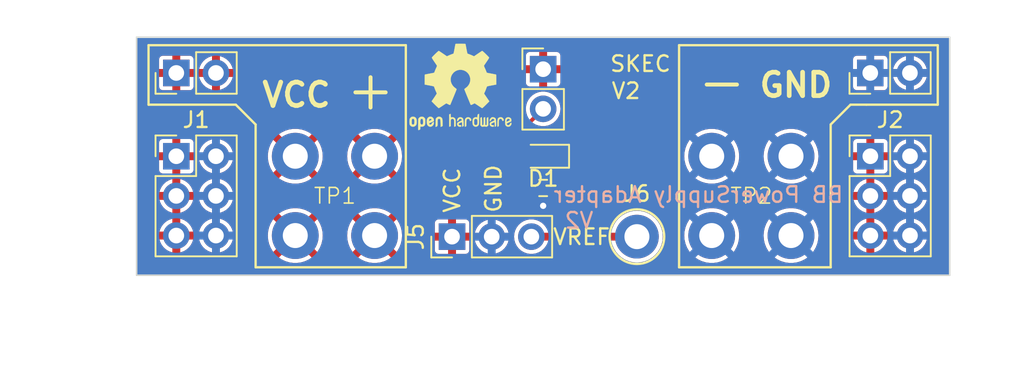
<source format=kicad_pcb>
(kicad_pcb (version 20221018) (generator pcbnew)
  (layers (0 "F.Cu" signal) (31 "B.Cu" signal) (34 "B.Paste" user) (35 "F.Paste" user) (36 "B.SilkS" user "B.Silkscreen") (37 "F.SilkS" user "F.Silkscreen") (38 "B.Mask" user) (39 "F.Mask" user) (44 "Edge.Cuts" user))
  (net 0 "")
  (net 1 "Net-(D1-K)")
  (net 2 "Net-(D1-A)")
  (net 3 "VBUS")
  (net 4 "GND")
  (net 5 "/VREF")
  (footprint "Breadboard Power Supply Adapter:CT3151SP" (layer "F.Cu") (at 58.42 50.8)
    (fp_text reference "TP1" (at 2.54 2.54 unlocked) (layer "F.SilkS") (effects (font (thickness 0.1))))
    (fp_text value "Banana Jack")
    (pad "1" thru_hole circle (at 0 0) (size 3 3) (drill 1.6) (layers "*.Cu" "*.Mask") (net 3 "VBUS"))
    (pad "1" thru_hole circle (at 0 5.08) (size 3 3) (drill 1.6) (layers "*.Cu" "*.Mask") (net 3 "VBUS"))
    (pad "1" thru_hole circle (at 5.08 0) (size 3 3) (drill 1.6) (layers "*.Cu" "*.Mask") (net 3 "VBUS"))
    (pad "1" thru_hole circle (at 5.08 5.08) (size 3 3) (drill 1.6) (layers "*.Cu" "*.Mask") (net 3 "VBUS"))
  )
  (footprint "Connector_PinHeader_2.54mm:PinHeader_1x02_P2.54mm_Vertical" (layer "F.Cu") (at 95.245 45.466 90)
    (fp_text reference "J4" hide)
    (fp_text value "Conn_01x02")
    (fp_line (start -1.33 -1.33) (end 0 -1.33) (stroke (width 0.12)) (layer "F.SilkS"))
    (fp_line (start -1.33 0) (end -1.33 -1.33) (stroke (width 0.12)) (layer "F.SilkS"))
    (fp_line (start -1.33 1.27) (end -1.33 3.87) (stroke (width 0.12)) (layer "F.SilkS"))
    (fp_line (start -1.33 1.27) (end 1.33 1.27) (stroke (width 0.12)) (layer "F.SilkS"))
    (fp_line (start -1.33 3.87) (end 1.33 3.87) (stroke (width 0.12)) (layer "F.SilkS"))
    (fp_line (start 1.33 1.27) (end 1.33 3.87) (stroke (width 0.12)) (layer "F.SilkS"))
    (pad "1" thru_hole rect (at 0 0 90) (size 1.7 1.7) (drill 1) (layers "*.Cu" "*.Mask") (net 4 "GND"))
    (pad "2" thru_hole oval (at 0 2.54 90) (size 1.7 1.7) (drill 1) (layers "*.Cu" "*.Mask") (net 4 "GND"))
  )
  (footprint "Resistor_SMD:R_0603_1608Metric_Pad0.98x0.95mm_HandSolder" (layer "F.Cu") (at 74.295 52.832 180)
    (fp_text reference "R1" hide)
    (fp_text value "1k")
    (fp_line (start -0.254724 -0.5225) (end 0.254724 -0.5225) (stroke (width 0.12)) (layer "F.SilkS"))
    (fp_line (start -0.254724 0.5225) (end 0.254724 0.5225) (stroke (width 0.12)) (layer "F.SilkS"))
    (pad "1" smd roundrect (at -0.9125 0 180) (size 0.975 0.95) (layers "F.Cu" "F.Paste" "F.Mask") (net 1 "Net-(D1-K)"))
    (pad "2" smd roundrect (at 0.9125 0 180) (size 0.975 0.95) (layers "F.Cu" "F.Paste" "F.Mask") (net 4 "GND"))
  )
  (footprint "Breadboard Power Supply Adapter:CT3151SP" (layer "F.Cu") (at 85.09 50.8)
    (fp_text reference "TP2" (at 2.54 2.54 unlocked) (layer "F.SilkS") (effects (font (thickness 0.1))))
    (fp_text value "Banana Jack")
    (pad "1" thru_hole circle (at 0 0) (size 3 3) (drill 1.6) (layers "*.Cu" "*.Mask") (net 4 "GND"))
    (pad "1" thru_hole circle (at 0 5.08) (size 3 3) (drill 1.6) (layers "*.Cu" "*.Mask") (net 4 "GND"))
    (pad "1" thru_hole circle (at 5.08 0) (size 3 3) (drill 1.6) (layers "*.Cu" "*.Mask") (net 4 "GND"))
    (pad "1" thru_hole circle (at 5.08 5.08) (size 3 3) (drill 1.6) (layers "*.Cu" "*.Mask") (net 4 "GND"))
  )
  (footprint "Connector_PinHeader_2.54mm:PinHeader_1x02_P2.54mm_Vertical" (layer "F.Cu") (at 50.8 45.466 90)
    (fp_text reference "J3" hide)
    (fp_text value "Conn_01x02")
    (fp_line (start -1.33 -1.33) (end 0 -1.33) (stroke (width 0.12)) (layer "F.SilkS"))
    (fp_line (start -1.33 0) (end -1.33 -1.33) (stroke (width 0.12)) (layer "F.SilkS"))
    (fp_line (start -1.33 1.27) (end -1.33 3.87) (stroke (width 0.12)) (layer "F.SilkS"))
    (fp_line (start -1.33 1.27) (end 1.33 1.27) (stroke (width 0.12)) (layer "F.SilkS"))
    (fp_line (start -1.33 3.87) (end 1.33 3.87) (stroke (width 0.12)) (layer "F.SilkS"))
    (fp_line (start 1.33 1.27) (end 1.33 3.87) (stroke (width 0.12)) (layer "F.SilkS"))
    (pad "1" thru_hole rect (at 0 0 90) (size 1.7 1.7) (drill 1) (layers "*.Cu" "*.Mask") (net 3 "VBUS"))
    (pad "2" thru_hole oval (at 0 2.54 90) (size 1.7 1.7) (drill 1) (layers "*.Cu" "*.Mask") (net 3 "VBUS"))
  )
  (footprint "LED_SMD:LED_0603_1608Metric_Pad1.05x0.95mm_HandSolder" (layer "F.Cu") (at 74.295 50.8 180)
    (fp_text reference "D1" (at 0 -1.43 180) (layer "F.SilkS"))
    (fp_text value "LED_Small")
    (fp_line (start -1.66 -0.735) (end -1.66 0.735) (stroke (width 0.12)) (layer "F.SilkS"))
    (fp_line (start -1.66 0.735) (end 0.8 0.735) (stroke (width 0.12)) (layer "F.SilkS"))
    (fp_line (start 0.8 -0.735) (end -1.66 -0.735) (stroke (width 0.12)) (layer "F.SilkS"))
    (pad "1" smd roundrect (at -0.875 0 180) (size 1.05 0.95) (layers "F.Cu" "F.Paste" "F.Mask") (net 1 "Net-(D1-K)"))
    (pad "2" smd roundrect (at 0.875 0 180) (size 1.05 0.95) (layers "F.Cu" "F.Paste" "F.Mask") (net 2 "Net-(D1-A)"))
  )
  (footprint "Symbol:OSHW-Logo2_7.3x6mm_SilkScreen" (layer "F.Cu") (at 69 46.355)
    (fp_text reference "REF**" hide)
    (fp_text value "OSHW-Logo2_7.3x6mm_SilkScreen" hide)
    (fp_poly (pts (xy 2.6526 1.958752) (xy 2.669948 1.966334) (xy 2.711356 1.999128) (xy 2.746765 2.046547) (xy 2.768664 2.097151) (xy 2.772229 2.122098) (xy 2.760279 2.156927) (xy 2.734067 2.175357) (xy 2.705964 2.186516) (xy 2.693095 2.188572) (xy 2.686829 2.173649) (xy 2.674456 2.141175) (xy 2.669028 2.126502) (xy 2.63859 2.075744) (xy 2.59452 2.050427) (xy 2.53801 2.051206) (xy 2.533825 2.052203) (xy 2.503655 2.066507) (xy 2.481476 2.094393) (xy 2.466327 2.139287) (xy 2.45725 2.204615) (xy 2.453286 2.293804) (xy 2.452914 2.341261) (xy 2.45273 2.416071) (xy 2.451522 2.467069) (xy 2.448309 2.499471) (xy 2.442109 2.518495) (xy 2.43194 2.529356) (xy 2.416819 2.537272) (xy 2.415946 2.53767) (xy 2.386828 2.549981) (xy 2.372403 2.554514) (xy 2.370186 2.540809) (xy 2.368289 2.502925) (xy 2.366847 2.445715) (xy 2.365998 2.374027) (xy 2.365829 2.321565) (xy 2.366692 2.220047) (xy 2.37007 2.143032) (xy 2.377142 2.086023) (xy 2.389088 2.044526) (xy 2.40709 2.014043) (xy 2.432327 1.99008) (xy 2.457247 1.973355) (xy 2.517171 1.951097) (xy 2.586911 1.946076) (xy 2.6526 1.958752)) (stroke (width 0.01)) (fill solid) (layer "F.SilkS"))
    (fp_poly (pts (xy -1.283907 1.92778) (xy -1.237328 1.954723) (xy -1.204943 1.981466) (xy -1.181258 2.009484) (xy -1.164941 2.043748) (xy -1.154661 2.089227) (xy -1.149086 2.150892) (xy -1.146884 2.233711) (xy -1.146629 2.293246) (xy -1.146629 2.512391) (xy -1.208314 2.540044) (xy -1.27 2.567697) (xy -1.277257 2.32767) (xy -1.280256 2.238028) (xy -1.283402 2.172962) (xy -1.287299 2.128026) (xy -1.292553 2.09877) (xy -1.299769 2.080748) (xy -1.30955 2.069511) (xy -1.312688 2.067079) (xy -1.360239 2.048083) (xy -1.408303 2.0556) (xy -1.436914 2.075543) (xy -1.448553 2.089675) (xy -1.456609 2.10822) (xy -1.461729 2.136334) (xy -1.464559 2.179173) (xy -1.465744 2.241895) (xy -1.465943 2.307261) (xy -1.465982 2.389268) (xy -1.467386 2.447316) (xy -1.472086 2.486465) (xy -1.482013 2.51178) (xy -1.499097 2.528323) (xy -1.525268 2.541156) (xy -1.560225 2.554491) (xy -1.598404 2.569007) (xy -1.593859 2.311389) (xy -1.592029 2.218519) (xy -1.589888 2.149889) (xy -1.586819 2.100711) (xy -1.582206 2.066198) (xy -1.575432 2.041562) (xy -1.565881 2.022016) (xy -1.554366 2.00477) (xy -1.49881 1.94968) (xy -1.43102 1.917822) (xy -1.357287 1.910191) (xy -1.283907 1.92778)) (stroke (width 0.01)) (fill solid) (layer "F.SilkS"))
    (fp_poly (pts (xy 0.529926 1.949755) (xy 0.595858 1.974084) (xy 0.649273 2.017117) (xy 0.670164 2.047409) (xy 0.692939 2.102994) (xy 0.692466 2.143186) (xy 0.668562 2.170217) (xy 0.659717 2.174813) (xy 0.62153 2.189144) (xy 0.602028 2.185472) (xy 0.595422 2.161407) (xy 0.595086 2.148114) (xy 0.582992 2.09921) (xy 0.551471 2.064999) (xy 0.507659 2.048476) (xy 0.458695 2.052634) (xy 0.418894 2.074227) (xy 0.40545 2.086544) (xy 0.395921 2.101487) (xy 0.389485 2.124075) (xy 0.385317 2.159328) (xy 0.382597 2.212266) (xy 0.380502 2.287907) (xy 0.37996 2.311857) (xy 0.377981 2.39379) (xy 0.375731 2.451455) (xy 0.372357 2.489608) (xy 0.367006 2.513004) (xy 0.358824 2.526398) (xy 0.346959 2.534545) (xy 0.339362 2.538144) (xy 0.307102 2.550452) (xy 0.288111 2.554514) (xy 0.281836 2.540948) (xy 0.278006 2.499934) (xy 0.2766 2.430999) (xy 0.277598 2.333669) (xy 0.277908 2.318657) (xy 0.280101 2.229859) (xy 0.282693 2.165019) (xy 0.286382 2.119067) (xy 0.291864 2.086935) (xy 0.299835 2.063553) (xy 0.310993 2.043852) (xy 0.31683 2.03541) (xy 0.350296 1.998057) (xy 0.387727 1.969003) (xy 0.392309 1.966467) (xy 0.459426 1.946443) (xy 0.529926 1.949755)) (stroke (width 0.01)) (fill solid) (layer "F.SilkS"))
    (fp_poly (pts (xy -0.624114 1.851289) (xy -0.619861 1.910613) (xy -0.614975 1.945572) (xy -0.608205 1.96082) (xy -0.598298 1.961015) (xy -0.595086 1.959195) (xy -0.552356 1.946015) (xy -0.496773 1.946785) (xy -0.440263 1.960333) (xy -0.404918 1.977861) (xy -0.368679 2.005861) (xy -0.342187 2.037549) (xy -0.324001 2.077813) (xy -0.312678 2.131543) (xy -0.306778 2.203626) (xy -0.304857 2.298951) (xy -0.304823 2.317237) (xy -0.3048 2.522646) (xy -0.350509 2.53858) (xy -0.382973 2.54942) (xy -0.400785 2.554468) (xy -0.401309 2.554514) (xy -0.403063 2.540828) (xy -0.404556 2.503076) (xy -0.405674 2.446224) (xy -0.406303 2.375234) (xy -0.4064 2.332073) (xy -0.406602 2.246973) (xy -0.407642 2.185981) (xy -0.410169 2.144177) (xy -0.414836 2.116642) (xy -0.422293 2.098456) (xy -0.433189 2.084698) (xy -0.439993 2.078073) (xy -0.486728 2.051375) (xy -0.537728 2.049375) (xy -0.583999 2.071955) (xy -0.592556 2.080107) (xy -0.605107 2.095436) (xy -0.613812 2.113618) (xy -0.619369 2.139909) (xy -0.622474 2.179562) (xy -0.623824 2.237832) (xy -0.624114 2.318173) (xy -0.624114 2.522646) (xy -0.669823 2.53858) (xy -0.702287 2.54942) (xy -0.720099 2.554468) (xy -0.720623 2.554514) (xy -0.721963 2.540623) (xy -0.723172 2.501439) (xy -0.724199 2.4407) (xy -0.724998 2.362141) (xy -0.725519 2.269498) (xy -0.725714 2.166509) (xy -0.725714 1.769342) (xy -0.678543 1.749444) (xy -0.631371 1.729547) (xy -0.624114 1.851289)) (stroke (width 0.01)) (fill solid) (layer "F.SilkS"))
    (fp_poly (pts (xy 1.779833 1.958663) (xy 1.782048 1.99685) (xy 1.783784 2.054886) (xy 1.784899 2.12818) (xy 1.785257 2.205055) (xy 1.785257 2.465196) (xy 1.739326 2.511127) (xy 1.707675 2.539429) (xy 1.67989 2.550893) (xy 1.641915 2.550168) (xy 1.62684 2.548321) (xy 1.579726 2.542948) (xy 1.540756 2.539869) (xy 1.531257 2.539585) (xy 1.499233 2.541445) (xy 1.453432 2.546114) (xy 1.435674 2.548321) (xy 1.392057 2.551735) (xy 1.362745 2.54432) (xy 1.33368 2.521427) (xy 1.323188 2.511127) (xy 1.277257 2.465196) (xy 1.277257 1.978602) (xy 1.314226 1.961758) (xy 1.346059 1.949282) (xy 1.364683 1.944914) (xy 1.369458 1.958718) (xy 1.373921 1.997286) (xy 1.377775 2.056356) (xy 1.380722 2.131663) (xy 1.382143 2.195286) (xy 1.386114 2.445657) (xy 1.420759 2.450556) (xy 1.452268 2.447131) (xy 1.467708 2.436041) (xy 1.472023 2.415308) (xy 1.475708 2.371145) (xy 1.478469 2.309146) (xy 1.480012 2.234909) (xy 1.480235 2.196706) (xy 1.480457 1.976783) (xy 1.526166 1.960849) (xy 1.558518 1.950015) (xy 1.576115 1.944962) (xy 1.576623 1.944914) (xy 1.578388 1.958648) (xy 1.580329 1.99673) (xy 1.582282 2.054482) (xy 1.584084 2.127227) (xy 1.585343 2.195286) (xy 1.589314 2.445657) (xy 1.6764 2.445657) (xy 1.680396 2.21724) (xy 1.684392 1.988822) (xy 1.726847 1.966868) (xy 1.758192 1.951793) (xy 1.776744 1.944951) (xy 1.777279 1.944914) (xy 1.779833 1.958663)) (stroke (width 0.01)) (fill solid) (layer "F.SilkS"))
    (fp_poly (pts (xy -2.958885 1.921962) (xy -2.890855 1.957733) (xy -2.840649 2.015301) (xy -2.822815 2.052312) (xy -2.808937 2.107882) (xy -2.801833 2.178096) (xy -2.80116 2.254727) (xy -2.806573 2.329552) (xy -2.81773 2.394342) (xy -2.834286 2.440873) (xy -2.839374 2.448887) (xy -2.899645 2.508707) (xy -2.971231 2.544535) (xy -3.048908 2.55502) (xy -3.127452 2.53881) (xy -3.149311 2.529092) (xy -3.191878 2.499143) (xy -3.229237 2.459433) (xy -3.232768 2.454397) (xy -3.247119 2.430124) (xy -3.256606 2.404178) (xy -3.26221 2.370022) (xy -3.264914 2.321119) (xy -3.265701 2.250935) (xy -3.265714 2.2352) (xy -3.265678 2.230192) (xy -3.120571 2.230192) (xy -3.119727 2.29643) (xy -3.116404 2.340386) (xy -3.109417 2.368779) (xy -3.097584 2.388325) (xy -3.091543 2.394857) (xy -3.056814 2.41968) (xy -3.023097 2.418548) (xy -2.989005 2.397016) (xy -2.968671 2.374029) (xy -2.956629 2.340478) (xy -2.949866 2.287569) (xy -2.949402 2.281399) (xy -2.948248 2.185513) (xy -2.960312 2.114299) (xy -2.98543 2.068194) (xy -3.02344 2.047635) (xy -3.037008 2.046514) (xy -3.072636 2.052152) (xy -3.097006 2.071686) (xy -3.111907 2.109042) (xy -3.119125 2.16815) (xy -3.120571 2.230192) (xy -3.265678 2.230192) (xy -3.265174 2.160413) (xy -3.262904 2.108159) (xy -3.257932 2.071949) (xy -3.249287 2.045299) (xy -3.235995 2.021722) (xy -3.233057 2.017338) (xy -3.183687 1.958249) (xy -3.129891 1.923947) (xy -3.064398 1.910331) (xy -3.042158 1.909665) (xy -2.958885 1.921962)) (stroke (width 0.01)) (fill solid) (layer "F.SilkS"))
    (fp_poly (pts (xy 3.153595 1.966966) (xy 3.211021 2.004497) (xy 3.238719 2.038096) (xy 3.260662 2.099064) (xy 3.262405 2.147308) (xy 3.258457 2.211816) (xy 3.109686 2.276934) (xy 3.037349 2.310202) (xy 2.990084 2.336964) (xy 2.965507 2.360144) (xy 2.961237 2.382667) (xy 2.974889 2.407455) (xy 2.989943 2.423886) (xy 3.033746 2.450235) (xy 3.081389 2.452081) (xy 3.125145 2.431546) (xy 3.157289 2.390752) (xy 3.163038 2.376347) (xy 3.190576 2.331356) (xy 3.222258 2.312182) (xy 3.265714 2.295779) (xy 3.265714 2.357966) (xy 3.261872 2.400283) (xy 3.246823 2.435969) (xy 3.21528 2.476943) (xy 3.210592 2.482267) (xy 3.175506 2.51872) (xy 3.145347 2.538283) (xy 3.107615 2.547283) (xy 3.076335 2.55023) (xy 3.020385 2.550965) (xy 2.980555 2.54166) (xy 2.955708 2.527846) (xy 2.916656 2.497467) (xy 2.889625 2.464613) (xy 2.872517 2.423294) (xy 2.863238 2.367521) (xy 2.859693 2.291305) (xy 2.85941 2.252622) (xy 2.860372 2.206247) (xy 2.948007 2.206247) (xy 2.949023 2.231126) (xy 2.951556 2.2352) (xy 2.968274 2.229665) (xy 3.004249 2.215017) (xy 3.052331 2.19419) (xy 3.062386 2.189714) (xy 3.123152 2.158814) (xy 3.156632 2.131657) (xy 3.16399 2.10622) (xy 3.146391 2.080481) (xy 3.131856 2.069109) (xy 3.07941 2.046364) (xy 3.030322 2.050122) (xy 2.989227 2.077884) (xy 2.960758 2.127152) (xy 2.951631 2.166257) (xy 2.948007 2.206247) (xy 2.860372 2.206247) (xy 2.861285 2.162249) (xy 2.868196 2.095384) (xy 2.881884 2.046695) (xy 2.904096 2.010849) (xy 2.936574 1.982513) (xy 2.950733 1.973355) (xy 3.015053 1.949507) (xy 3.085473 1.948006) (xy 3.153595 1.966966)) (stroke (width 0.01)) (fill solid) (layer "F.SilkS"))
    (fp_poly (pts (xy 1.190117 2.065358) (xy 1.189933 2.173837) (xy 1.189219 2.257287) (xy 1.187675 2.319704) (xy 1.185001 2.365085) (xy 1.180894 2.397429) (xy 1.175055 2.420733) (xy 1.167182 2.438995) (xy 1.161221 2.449418) (xy 1.111855 2.505945) (xy 1.049264 2.541377) (xy 0.980013 2.55409) (xy 0.910668 2.542463) (xy 0.869375 2.521568) (xy 0.826025 2.485422) (xy 0.796481 2.441276) (xy 0.778655 2.383462) (xy 0.770463 2.306313) (xy 0.769302 2.249714) (xy 0.769458 2.245647) (xy 0.870857 2.245647) (xy 0.871476 2.31055) (xy 0.874314 2.353514) (xy 0.88084 2.381622) (xy 0.892523 2.401953) (xy 0.906483 2.417288) (xy 0.953365 2.44689) (xy 1.003701 2.449419) (xy 1.051276 2.424705) (xy 1.054979 2.421356) (xy 1.070783 2.403935) (xy 1.080693 2.383209) (xy 1.086058 2.352362) (xy 1.088228 2.304577) (xy 1.088571 2.251748) (xy 1.087827 2.185381) (xy 1.084748 2.141106) (xy 1.078061 2.112009) (xy 1.066496 2.091173) (xy 1.057013 2.080107) (xy 1.01296 2.052198) (xy 0.962224 2.048843) (xy 0.913796 2.070159) (xy 0.90445 2.078073) (xy 0.88854 2.095647) (xy 0.87861 2.116587) (xy 0.873278 2.147782) (xy 0.871163 2.196122) (xy 0.870857 2.245647) (xy 0.769458 2.245647) (xy 0.77281 2.158568) (xy 0.784726 2.090086) (xy 0.807135 2.0386) (xy 0.842124 1.998443) (xy 0.869375 1.977861) (xy 0.918907 1.955625) (xy 0.976316 1.945304) (xy 1.029682 1.948067) (xy 1.059543 1.959212) (xy 1.071261 1.962383) (xy 1.079037 1.950557) (xy 1.084465 1.918866) (xy 1.088571 1.870593) (xy 1.093067 1.816829) (xy 1.099313 1.784482) (xy 1.110676 1.765985) (xy 1.130528 1.75377) (xy 1.143 1.748362) (xy 1.190171 1.728601) (xy 1.190117 2.065358)) (stroke (width 0.01)) (fill solid) (layer "F.SilkS"))
    (fp_poly (pts (xy -1.831697 1.931239) (xy -1.774473 1.969735) (xy -1.730251 2.025335) (xy -1.703833 2.096086) (xy -1.69849 2.148162) (xy -1.699097 2.169893) (xy -1.704178 2.186531) (xy -1.718145 2.201437) (xy -1.745411 2.217973) (xy -1.790388 2.239498) (xy -1.857489 2.269374) (xy -1.857829 2.269524) (xy -1.919593 2.297813) (xy -1.970241 2.322933) (xy -2.004596 2.342179) (xy -2.017482 2.352848) (xy -2.017486 2.352934) (xy -2.006128 2.376166) (xy -1.979569 2.401774) (xy -1.949077 2.420221) (xy -1.93363 2.423886) (xy -1.891485 2.411212) (xy -1.855192 2.379471) (xy -1.837483 2.344572) (xy -1.820448 2.318845) (xy -1.787078 2.289546) (xy -1.747851 2.264235) (xy -1.713244 2.250471) (xy -1.706007 2.249714) (xy -1.697861 2.26216) (xy -1.69737 2.293972) (xy -1.703357 2.336866) (xy -1.714643 2.382558) (xy -1.73005 2.422761) (xy -1.730829 2.424322) (xy -1.777196 2.489062) (xy -1.837289 2.533097) (xy -1.905535 2.554711) (xy -1.976362 2.552185) (xy -2.044196 2.523804) (xy -2.047212 2.521808) (xy -2.100573 2.473448) (xy -2.13566 2.410352) (xy -2.155078 2.327387) (xy -2.157684 2.304078) (xy -2.162299 2.194055) (xy -2.156767 2.142748) (xy -2.017486 2.142748) (xy -2.015676 2.174753) (xy -2.005778 2.184093) (xy -1.981102 2.177105) (xy -1.942205 2.160587) (xy -1.898725 2.139881) (xy -1.897644 2.139333) (xy -1.860791 2.119949) (xy -1.846 2.107013) (xy -1.849647 2.093451) (xy -1.865005 2.075632) (xy -1.904077 2.049845) (xy -1.946154 2.04795) (xy -1.983897 2.066717) (xy -2.009966 2.102915) (xy -2.017486 2.142748) (xy -2.156767 2.142748) (xy -2.152806 2.106027) (xy -2.12845 2.036212) (xy -2.094544 1.987302) (xy -2.033347 1.937878) (xy -1.965937 1.913359) (xy -1.89712 1.911797) (xy -1.831697 1.931239)) (stroke (width 0.01)) (fill solid) (layer "F.SilkS"))
    (fp_poly (pts (xy 0.039744 1.950968) (xy 0.096616 1.972087) (xy 0.097267 1.972493) (xy 0.13244 1.99838) (xy 0.158407 2.028633) (xy 0.17667 2.068058) (xy 0.188732 2.121462) (xy 0.196096 2.193651) (xy 0.200264 2.289432) (xy 0.200629 2.303078) (xy 0.205876 2.508842) (xy 0.161716 2.531678) (xy 0.129763 2.54711) (xy 0.11047 2.554423) (xy 0.109578 2.554514) (xy 0.106239 2.541022) (xy 0.103587 2.504626) (xy 0.101956 2.451452) (xy 0.1016 2.408393) (xy 0.101592 2.338641) (xy 0.098403 2.294837) (xy 0.087288 2.273944) (xy 0.063501 2.272925) (xy 0.022296 2.288741) (xy -0.039914 2.317815) (xy -0.085659 2.341963) (xy -0.109187 2.362913) (xy -0.116104 2.385747) (xy -0.116114 2.386877) (xy -0.104701 2.426212) (xy -0.070908 2.447462) (xy -0.019191 2.450539) (xy 0.018061 2.450006) (xy 0.037703 2.460735) (xy 0.049952 2.486505) (xy 0.057002 2.519337) (xy 0.046842 2.537966) (xy 0.043017 2.540632) (xy 0.007001 2.55134) (xy -0.043434 2.552856) (xy -0.095374 2.545759) (xy -0.132178 2.532788) (xy -0.183062 2.489585) (xy -0.211986 2.429446) (xy -0.217714 2.382462) (xy -0.213343 2.340082) (xy -0.197525 2.305488) (xy -0.166203 2.274763) (xy -0.115322 2.24399) (xy -0.040824 2.209252) (xy -0.036286 2.207288) (xy 0.030821 2.176287) (xy 0.072232 2.150862) (xy 0.089981 2.128014) (xy 0.086107 2.104745) (xy 0.062643 2.078056) (xy 0.055627 2.071914) (xy 0.00863 2.0481) (xy -0.040067 2.049103) (xy -0.082478 2.072451) (xy -0.110616 2.115675) (xy -0.113231 2.12416) (xy -0.138692 2.165308) (xy -0.170999 2.185128) (xy -0.217714 2.20477) (xy -0.217714 2.15395) (xy -0.203504 2.080082) (xy -0.161325 2.012327) (xy -0.139376 1.989661) (xy -0.089483 1.960569) (xy -0.026033 1.9474) (xy 0.039744 1.950968)) (stroke (width 0.01)) (fill solid) (layer "F.SilkS"))
    (fp_poly (pts (xy -2.400256 1.919918) (xy -2.344799 1.947568) (xy -2.295852 1.99848) (xy -2.282371 2.017338) (xy -2.267686 2.042015) (xy -2.258158 2.068816) (xy -2.252707 2.104587) (xy -2.250253 2.156169) (xy -2.249714 2.224267) (xy -2.252148 2.317588) (xy -2.260606 2.387657) (xy -2.276826 2.439931) (xy -2.302546 2.479869) (xy -2.339503 2.512929) (xy -2.342218 2.514886) (xy -2.37864 2.534908) (xy -2.422498 2.544815) (xy -2.478276 2.547257) (xy -2.568952 2.547257) (xy -2.56899 2.635283) (xy -2.569834 2.684308) (xy -2.574976 2.713065) (xy -2.588413 2.730311) (xy -2.614142 2.744808) (xy -2.620321 2.747769) (xy -2.649236 2.761648) (xy -2.671624 2.770414) (xy -2.688271 2.771171) (xy -2.699964 2.761023) (xy -2.70749 2.737073) (xy -2.711634 2.696426) (xy -2.713185 2.636186) (xy -2.712929 2.553455) (xy -2.711651 2.445339) (xy -2.711252 2.413) (xy -2.709815 2.301524) (xy -2.708528 2.228603) (xy -2.569029 2.228603) (xy -2.568245 2.290499) (xy -2.56476 2.330997) (xy -2.556876 2.357708) (xy -2.542895 2.378244) (xy -2.533403 2.38826) (xy -2.494596 2.417567) (xy -2.460237 2.419952) (xy -2.424784 2.39575) (xy -2.423886 2.394857) (xy -2.409461 2.376153) (xy -2.400687 2.350732) (xy -2.396261 2.311584) (xy -2.394882 2.251697) (xy -2.394857 2.23843) (xy -2.398188 2.155901) (xy -2.409031 2.098691) (xy -2.42866 2.063766) (xy -2.45835 2.048094) (xy -2.475509 2.046514) (xy -2.516234 2.053926) (xy -2.544168 2.07833) (xy -2.560983 2.12298) (xy -2.56835 2.19113) (xy -2.569029 2.228603) (xy -2.708528 2.228603) (xy -2.708292 2.215245) (xy -2.706323 2.150333) (xy -2.70355 2.102958) (xy -2.699612 2.06929) (xy -2.694151 2.045498) (xy -2.686808 2.027753) (xy -2.677223 2.012224) (xy -2.673113 2.006381) (xy -2.618595 1.951185) (xy -2.549664 1.91989) (xy -2.469928 1.911165) (xy -2.400256 1.919918)) (stroke (width 0.01)) (fill solid) (layer "F.SilkS"))
    (fp_poly (pts (xy 2.144876 1.956335) (xy 2.186667 1.975344) (xy 2.219469 1.998378) (xy 2.243503 2.024133) (xy 2.260097 2.057358) (xy 2.270577 2.1028) (xy 2.276271 2.165207) (xy 2.278507 2.249327) (xy 2.278743 2.304721) (xy 2.278743 2.520826) (xy 2.241774 2.53767) (xy 2.212656 2.549981) (xy 2.198231 2.554514) (xy 2.195472 2.541025) (xy 2.193282 2.504653) (xy 2.191942 2.451542) (xy 2.191657 2.409372) (xy 2.190434 2.348447) (xy 2.187136 2.300115) (xy 2.182321 2.270518) (xy 2.178496 2.264229) (xy 2.152783 2.270652) (xy 2.112418 2.287125) (xy 2.065679 2.309458) (xy 2.020845 2.333457) (xy 1.986193 2.35493) (xy 1.970002 2.369685) (xy 1.969938 2.369845) (xy 1.97133 2.397152) (xy 1.983818 2.423219) (xy 2.005743 2.444392) (xy 2.037743 2.451474) (xy 2.065092 2.450649) (xy 2.103826 2.450042) (xy 2.124158 2.459116) (xy 2.136369 2.483092) (xy 2.137909 2.487613) (xy 2.143203 2.521806) (xy 2.129047 2.542568) (xy 2.092148 2.552462) (xy 2.052289 2.554292) (xy 1.980562 2.540727) (xy 1.943432 2.521355) (xy 1.897576 2.475845) (xy 1.873256 2.419983) (xy 1.871073 2.360957) (xy 1.891629 2.305953) (xy 1.922549 2.271486) (xy 1.95342 2.252189) (xy 2.001942 2.227759) (xy 2.058485 2.202985) (xy 2.06791 2.199199) (xy 2.130019 2.171791) (xy 2.165822 2.147634) (xy 2.177337 2.123619) (xy 2.16658 2.096635) (xy 2.148114 2.075543) (xy 2.104469 2.049572) (xy 2.056446 2.047624) (xy 2.012406 2.067637) (xy 1.980709 2.107551) (xy 1.976549 2.117848) (xy 1.952327 2.155724) (xy 1.916965 2.183842) (xy 1.872343 2.206917) (xy 1.872343 2.141485) (xy 1.874969 2.101506) (xy 1.88623 2.069997) (xy 1.911199 2.036378) (xy 1.935169 2.010484) (xy 1.972441 1.973817) (xy 2.001401 1.954121) (xy 2.032505 1.94622) (xy 2.067713 1.944914) (xy 2.144876 1.956335)) (stroke (width 0.01)) (fill solid) (layer "F.SilkS"))
    (fp_poly (pts (xy 0.10391 -2.757652) (xy 0.182454 -2.757222) (xy 0.239298 -2.756058) (xy 0.278105 -2.753793) (xy 0.302538 -2.75006) (xy 0.316262 -2.744494) (xy 0.32294 -2.736727) (xy 0.326236 -2.726395) (xy 0.326556 -2.725057) (xy 0.331562 -2.700921) (xy 0.340829 -2.653299) (xy 0.353392 -2.587259) (xy 0.368287 -2.507872) (xy 0.384551 -2.420204) (xy 0.385119 -2.417125) (xy 0.40141 -2.331211) (xy 0.416652 -2.255304) (xy 0.429861 -2.193955) (xy 0.440054 -2.151718) (xy 0.446248 -2.133145) (xy 0.446543 -2.132816) (xy 0.464788 -2.123747) (xy 0.502405 -2.108633) (xy 0.551271 -2.090738) (xy 0.551543 -2.090642) (xy 0.613093 -2.067507) (xy 0.685657 -2.038035) (xy 0.754057 -2.008403) (xy 0.757294 -2.006938) (xy 0.868702 -1.956374) (xy 1.115399 -2.12484) (xy 1.191077 -2.176197) (xy 1.259631 -2.222111) (xy 1.317088 -2.25997) (xy 1.359476 -2.287163) (xy 1.382825 -2.301079) (xy 1.385042 -2.302111) (xy 1.40201 -2.297516) (xy 1.433701 -2.275345) (xy 1.481352 -2.234553) (xy 1.546198 -2.174095) (xy 1.612397 -2.109773) (xy 1.676214 -2.046388) (xy 1.733329 -1.988549) (xy 1.780305 -1.939825) (xy 1.813703 -1.90379) (xy 1.830085 -1.884016) (xy 1.830694 -1.882998) (xy 1.832505 -1.869428) (xy 1.825683 -1.847267) (xy 1.80854 -1.813522) (xy 1.779393 -1.7652) (xy 1.736555 -1.699308) (xy 1.679448 -1.614483) (xy 1.628766 -1.539823) (xy 1.583461 -1.47286) (xy 1.54615 -1.417484) (xy 1.519452 -1.37758) (xy 1.505985 -1.357038) (xy 1.505137 -1.355644) (xy 1.506781 -1.335962) (xy 1.519245 -1.297707) (xy 1.540048 -1.248111) (xy 1.547462 -1.232272) (xy 1.579814 -1.16171) (xy 1.614328 -1.081647) (xy 1.642365 -1.012371) (xy 1.662568 -0.960955) (xy 1.678615 -0.921881) (xy 1.687888 -0.901459) (xy 1.689041 -0.899886) (xy 1.706096 -0.897279) (xy 1.746298 -0.890137) (xy 1.804302 -0.879477) (xy 1.874763 -0.866315) (xy 1.952335 -0.851667) (xy 2.031672 -0.836551) (xy 2.107431 -0.821982) (xy 2.174264 -0.808978) (xy 2.226828 -0.798555) (xy 2.259776 -0.79173) (xy 2.267857 -0.789801) (xy 2.276205 -0.785038) (xy 2.282506 -0.774282) (xy 2.287045 -0.753902) (xy 2.290104 -0.720266) (xy 2.291967 -0.669745) (xy 2.292918 -0.598708) (xy 2.29324 -0.503524) (xy 2.293257 -0.464508) (xy 2.293257 -0.147201) (xy 2.217057 -0.132161) (xy 2.174663 -0.124005) (xy 2.1114 -0.112101) (xy 2.034962 -0.097884) (xy 1.953043 -0.08279) (xy 1.9304 -0.078645) (xy 1.854806 -0.063947) (xy 1.788953 -0.049495) (xy 1.738366 -0.036625) (xy 1.708574 -0.026678) (xy 1.703612 -0.023713) (xy 1.691426 -0.002717) (xy 1.673953 0.037967) (xy 1.654577 0.090322) (xy 1.650734 0.1016) (xy 1.625339 0.171523) (xy 1.593817 0.250418) (xy 1.562969 0.321266) (xy 1.562817 0.321595) (xy 1.511447 0.432733) (xy 1.680399 0.681253) (xy 1.849352 0.929772) (xy 1.632429 1.147058) (xy 1.566819 1.211726) (xy 1.506979 1.268733) (xy 1.456267 1.315033) (xy 1.418046 1.347584) (xy 1.395675 1.363343) (xy 1.392466 1.364343) (xy 1.373626 1.356469) (xy 1.33518 1.334578) (xy 1.28133 1.301267) (xy 1.216276 1.259131) (xy 1.14594 1.211943) (xy 1.074555 1.16381) (xy 1.010908 1.121928) (xy 0.959041 1.088871) (xy 0.922995 1.067218) (xy 0.906867 1.059543) (xy 0.887189 1.066037) (xy 0.849875 1.08315) (xy 0.802621 1.107326) (xy 0.797612 1.110013) (xy 0.733977 1.141927) (xy 0.690341 1.157579) (xy 0.663202 1.157745) (xy 0.649057 1.143204) (xy 0.648975 1.143) (xy 0.641905 1.125779) (xy 0.625042 1.084899) (xy 0.599695 1.023525) (xy 0.567171 0.944819) (xy 0.528778 0.851947) (xy 0.485822 0.748072) (xy 0.444222 0.647502) (xy 0.398504 0.536516) (xy 0.356526 0.433703) (xy 0.319548 0.342215) (xy 0.288827 0.265201) (xy 0.265622 0.205815) (xy 0.25119 0.167209) (xy 0.246743 0.1528) (xy 0.257896 0.136272) (xy 0.287069 0.10993) (xy 0.325971 0.080887) (xy 0.436757 -0.010961) (xy 0.523351 -0.116241) (xy 0.584716 -0.232734) (xy 0.619815 -0.358224) (xy 0.627608 -0.490493) (xy 0.621943 -0.551543) (xy 0.591078 -0.678205) (xy 0.53792 -0.790059) (xy 0.465767 -0.885999) (xy 0.377917 -0.964924) (xy 0.277665 -1.02573) (xy 0.16831 -1.067313) (xy 0.053147 -1.088572) (xy -0.064525 -1.088401) (xy -0.18141 -1.065699) (xy -0.294211 -1.019362) (xy -0.399631 -0.948287) (xy -0.443632 -0.908089) (xy -0.528021 -0.804871) (xy -0.586778 -0.692075) (xy -0.620296 -0.57299) (xy -0.628965 -0.450905) (xy -0.613177 -0.329107) (xy -0.573322 -0.210884) (xy -0.509793 -0.099525) (xy -0.422979 0.001684) (xy -0.325971 0.080887) (xy -0.285563 0.111162) (xy -0.257018 0.137219) (xy -0.246743 0.152825) (xy -0.252123 0.169843) (xy -0.267425 0.2105) (xy -0.291388 0.271642) (xy -0.322756 0.350119) (xy -0.360268 0.44278) (xy -0.402667 0.546472) (xy -0.444337 0.647526) (xy -0.49031 0.758607) (xy -0.532893 0.861541) (xy -0.570779 0.953165) (xy -0.60266 1.030316) (xy -0.627229 1.089831) (xy -0.64318 1.128544) (xy -0.64909 1.143) (xy -0.663052 1.157685) (xy -0.69006 1.157642) (xy -0.733587 1.142099) (xy -0.79711 1.110284) (xy -0.797612 1.110013) (xy -0.84544 1.085323) (xy -0.884103 1.067338) (xy -0.905905 1.059614) (xy -0.906867 1.059543) (xy -0.923279 1.067378) (xy -0.959513 1.089165) (xy -1.011526 1.122328) (xy -1.075275 1.164291) (xy -1.14594 1.211943) (xy -1.217884 1.260191) (xy -1.282726 1.302151) (xy -1.336265 1.335227) (xy -1.374303 1.356821) (xy -1.392467 1.364343) (xy -1.409192 1.354457) (xy -1.44282 1.326826) (xy -1.48999 1.284495) (xy -1.547342 1.230505) (xy -1.611516 1.167899) (xy -1.632503 1.146983) (xy -1.849501 0.929623) (xy -1.684332 0.68722) (xy -1.634136 0.612781) (xy -1.590081 0.545972) (xy -1.554638 0.490665) (xy -1.530281 0.450729) (xy -1.519478 0.430036) (xy -1.519162 0.428563) (xy -1.524857 0.409058) (xy -1.540174 0.369822) (xy -1.562463 0.31743) (xy -1.578107 0.282355) (xy -1.607359 0.215201) (xy -1.634906 0.147358) (xy -1.656263 0.090034) (xy -1.662065 0.072572) (xy -1.678548 0.025938) (xy -1.69466 -0.010095) (xy -1.70351 -0.023713) (xy -1.72304 -0.032048) (xy -1.765666 -0.043863) (xy -1.825855 -0.057819) (xy -1.898078 -0.072578) (xy -1.9304 -0.078645) (xy -2.012478 -0.093727) (xy -2.091205 -0.108331) (xy -2.158891 -0.12102) (xy -2.20784 -0.130358) (xy -2.217057 -0.132161) (xy -2.293257 -0.147201) (xy -2.293257 -0.464508) (xy -2.293086 -0.568846) (xy -2.292384 -0.647787) (xy -2.290866 -0.704962) (xy -2.288251 -0.744001) (xy -2.284254 -0.768535) (xy -2.278591 -0.782195) (xy -2.27098 -0.788611) (xy -2.267857 -0.789801) (xy -2.249022 -0.79402) (xy -2.207412 -0.802438) (xy -2.14837 -0.814039) (xy -2.077243 -0.827805) (xy -1.999375 -0.84272) (xy -1.920113 -0.857768) (xy -1.844802 -0.871931) (xy -1.778787 -0.884194) (xy -1.727413 -0.893539) (xy -1.696025 -0.89895) (xy -1.689041 -0.899886) (xy -1.682715 -0.912404) (xy -1.66871 -0.945754) (xy -1.649645 -0.993623) (xy -1.642366 -1.012371) (xy -1.613004 -1.084805) (xy -1.578429 -1.16483) (xy -1.547463 -1.232272) (xy -1.524677 -1.283841) (xy -1.509518 -1.326215) (xy -1.504458 -1.352166) (xy -1.505264 -1.355644) (xy -1.515959 -1.372064) (xy -1.54038 -1.408583) (xy -1.575905 -1.461313) (xy -1.619913 -1.526365) (xy -1.669783 -1.599849) (xy -1.679644 -1.614355) (xy -1.737508 -1.700296) (xy -1.780044 -1.765739) (xy -1.808946 -1.813696) (xy -1.82591 -1.84718) (xy -1.832633 -1.869205) (xy -1.83081 -1.882783) (xy -1.830764 -1.882869) (xy -1.816414 -1.900703) (xy -1.784677 -1.935183) (xy -1.73899 -1.982732) (xy -1.682796 -2.039778) (xy -1.619532 -2.102745) (xy -1.612398 -2.109773) (xy -1.53267 -2.18698) (xy -1.471143 -2.24367) (xy -1.426579 -2.28089) (xy -1.397743 -2.299685) (xy -1.385042 -2.302111) (xy -1.366506 -2.291529) (xy -1.328039 -2.267084) (xy -1.273614 -2.231388) (xy -1.207202 -2.187053) (xy -1.132775 -2.136689) (xy -1.115399 -2.12484) (xy -0.868703 -1.956374) (xy -0.757294 -2.006938) (xy -0.689543 -2.036405) (xy -0.616817 -2.066041) (xy -0.554297 -2.08967) (xy -0.551543 -2.090642) (xy -0.50264 -2.108543) (xy -0.464943 -2.12368) (xy -0.446575 -2.13279) (xy -0.446544 -2.132816) (xy -0.440715 -2.149283) (xy -0.430808 -2.189781) (xy -0.417805 -2.249758) (xy -0.402691 -2.32466) (xy -0.386448 -2.409936) (xy -0.385119 -2.417125) (xy -0.368825 -2.504986) (xy -0.353867 -2.58474) (xy -0.341209 -2.651319) (xy -0.331814 -2.699653) (xy -0.326646 -2.724675) (xy -0.326556 -2.725057) (xy -0.323411 -2.735701) (xy -0.317296 -2.743738) (xy -0.304547 -2.749533) (xy -0.2815 -2.753453) (xy -0.244491 -2.755865) (xy -0.189856 -2.757135) (xy -0.113933 -2.757629) (xy -0.013056 -2.757714) (xy 0 -2.757714) (xy 0.10391 -2.757652)) (stroke (width 0.01)) (fill solid) (layer "F.SilkS"))
  )
  (footprint "Connector_PinHeader_2.54mm:PinHeader_1x03_P2.54mm_Vertical" (layer "F.Cu") (at 68.46 55.95 90)
    (fp_text reference "J5" (at 0 -2.33 90) (layer "F.SilkS"))
    (fp_text value "Conn_01x03")
    (fp_line (start -1.33 -1.33) (end 0 -1.33) (stroke (width 0.12)) (layer "F.SilkS"))
    (fp_line (start -1.33 0) (end -1.33 -1.33) (stroke (width 0.12)) (layer "F.SilkS"))
    (fp_line (start -1.33 1.27) (end -1.33 6.41) (stroke (width 0.12)) (layer "F.SilkS"))
    (fp_line (start -1.33 1.27) (end 1.33 1.27) (stroke (width 0.12)) (layer "F.SilkS"))
    (fp_line (start -1.33 6.41) (end 1.33 6.41) (stroke (width 0.12)) (layer "F.SilkS"))
    (fp_line (start 1.33 1.27) (end 1.33 6.41) (stroke (width 0.12)) (layer "F.SilkS"))
    (pad "1" thru_hole rect (at 0 0 90) (size 1.7 1.7) (drill 1) (layers "*.Cu" "*.Mask") (net 3 "VBUS"))
    (pad "2" thru_hole oval (at 0 2.54 90) (size 1.7 1.7) (drill 1) (layers "*.Cu" "*.Mask") (net 4 "GND"))
    (pad "3" thru_hole oval (at 0 5.08 90) (size 1.7 1.7) (drill 1) (layers "*.Cu" "*.Mask") (net 5 "/VREF"))
  )
  (footprint "Connector_PinHeader_2.54mm:PinHeader_1x02_P2.54mm_Vertical" (layer "F.Cu") (at 74.295 45.225)
    (fp_text reference "JP1" hide)
    (fp_text value "Jumper_2_Open")
    (fp_line (start -1.33 -1.33) (end 0 -1.33) (stroke (width 0.12)) (layer "F.SilkS"))
    (fp_line (start -1.33 0) (end -1.33 -1.33) (stroke (width 0.12)) (layer "F.SilkS"))
    (fp_line (start -1.33 1.27) (end -1.33 3.87) (stroke (width 0.12)) (layer "F.SilkS"))
    (fp_line (start -1.33 1.27) (end 1.33 1.27) (stroke (width 0.12)) (layer "F.SilkS"))
    (fp_line (start -1.33 3.87) (end 1.33 3.87) (stroke (width 0.12)) (layer "F.SilkS"))
    (fp_line (start 1.33 1.27) (end 1.33 3.87) (stroke (width 0.12)) (layer "F.SilkS"))
    (pad "1" thru_hole rect (at 0 0) (size 1.7 1.7) (drill 1) (layers "*.Cu" "*.Mask") (net 3 "VBUS"))
    (pad "2" thru_hole oval (at 0 2.54) (size 1.7 1.7) (drill 1) (layers "*.Cu" "*.Mask") (net 2 "Net-(D1-A)"))
  )
  (footprint "TestPoint:TestPoint_Keystone_5010-5014_Multipurpose" (layer "F.Cu") (at 80.3 55.95)
    (fp_text reference "J6" (at 0 -2.75) (layer "F.SilkS"))
    (fp_text value "Conn_01x01")
    (fp_circle (center 0 0) (end 1.75 0) (stroke (width 0.15)) (fill none) (layer "F.SilkS"))
    (pad "1" thru_hole circle (at 0 0) (size 2.8 2.8) (drill 1.6) (layers "*.Cu" "*.Mask") (net 5 "/VREF"))
  )
  (footprint "Connector_PinHeader_2.54mm:PinHeader_2x03_P2.54mm_Vertical" (layer "F.Cu") (at 95.25 50.8)
    (fp_text reference "J2" (at 1.27 -2.33) (layer "F.SilkS"))
    (fp_text value "Conn_02x03_Odd_Even")
    (fp_line (start -1.33 -1.33) (end 0 -1.33) (stroke (width 0.12)) (layer "F.SilkS"))
    (fp_line (start -1.33 0) (end -1.33 -1.33) (stroke (width 0.12)) (layer "F.SilkS"))
    (fp_line (start -1.33 1.27) (end -1.33 6.41) (stroke (width 0.12)) (layer "F.SilkS"))
    (fp_line (start -1.33 1.27) (end 1.27 1.27) (stroke (width 0.12)) (layer "F.SilkS"))
    (fp_line (start -1.33 6.41) (end 3.87 6.41) (stroke (width 0.12)) (layer "F.SilkS"))
    (fp_line (start 1.27 -1.33) (end 3.87 -1.33) (stroke (width 0.12)) (layer "F.SilkS"))
    (fp_line (start 1.27 1.27) (end 1.27 -1.33) (stroke (width 0.12)) (layer "F.SilkS"))
    (fp_line (start 3.87 -1.33) (end 3.87 6.41) (stroke (width 0.12)) (layer "F.SilkS"))
    (pad "1" thru_hole rect locked (at 0 0) (size 1.7 1.7) (drill 1) (layers "*.Cu" "*.Mask") (net 3 "VBUS"))
    (pad "2" thru_hole oval locked (at 2.54 0) (size 1.7 1.7) (drill 1) (layers "*.Cu" "*.Mask") (net 4 "GND"))
    (pad "3" thru_hole oval locked (at 0 2.54) (size 1.7 1.7) (drill 1) (layers "*.Cu" "*.Mask") (net 3 "VBUS"))
    (pad "4" thru_hole oval locked (at 2.54 2.54) (size 1.7 1.7) (drill 1) (layers "*.Cu" "*.Mask") (net 4 "GND"))
    (pad "5" thru_hole oval locked (at 0 5.08) (size 1.7 1.7) (drill 1) (layers "*.Cu" "*.Mask") (net 3 "VBUS"))
    (pad "6" thru_hole oval locked (at 2.54 5.08) (size 1.7 1.7) (drill 1) (layers "*.Cu" "*.Mask") (net 4 "GND"))
  )
  (footprint "Connector_PinHeader_2.54mm:PinHeader_2x03_P2.54mm_Vertical" (layer "F.Cu") (at 50.8 50.8)
    (fp_text reference "J1" (at 1.27 -2.33) (layer "F.SilkS"))
    (fp_text value "Conn_02x03_Odd_Even")
    (fp_line (start -1.33 -1.33) (end 0 -1.33) (stroke (width 0.12)) (layer "F.SilkS"))
    (fp_line (start -1.33 0) (end -1.33 -1.33) (stroke (width 0.12)) (layer "F.SilkS"))
    (fp_line (start -1.33 1.27) (end -1.33 6.41) (stroke (width 0.12)) (layer "F.SilkS"))
    (fp_line (start -1.33 1.27) (end 1.27 1.27) (stroke (width 0.12)) (layer "F.SilkS"))
    (fp_line (start -1.33 6.41) (end 3.87 6.41) (stroke (width 0.12)) (layer "F.SilkS"))
    (fp_line (start 1.27 -1.33) (end 3.87 -1.33) (stroke (width 0.12)) (layer "F.SilkS"))
    (fp_line (start 1.27 1.27) (end 1.27 -1.33) (stroke (width 0.12)) (layer "F.SilkS"))
    (fp_line (start 3.87 -1.33) (end 3.87 6.41) (stroke (width 0.12)) (layer "F.SilkS"))
    (pad "1" thru_hole rect locked (at 0 0) (size 1.7 1.7) (drill 1) (layers "*.Cu" "*.Mask") (net 3 "VBUS"))
    (pad "2" thru_hole oval locked (at 2.54 0) (size 1.7 1.7) (drill 1) (layers "*.Cu" "*.Mask") (net 4 "GND"))
    (pad "3" thru_hole oval locked (at 0 2.54) (size 1.7 1.7) (drill 1) (layers "*.Cu" "*.Mask") (net 3 "VBUS"))
    (pad "4" thru_hole oval locked (at 2.54 2.54) (size 1.7 1.7) (drill 1) (layers "*.Cu" "*.Mask") (net 4 "GND"))
    (pad "5" thru_hole oval locked (at 0 5.08) (size 1.7 1.7) (drill 1) (layers "*.Cu" "*.Mask") (net 3 "VBUS"))
    (pad "6" thru_hole oval locked (at 2.54 5.08) (size 1.7 1.7) (drill 1) (layers "*.Cu" "*.Mask") (net 4 "GND"))
  )
  (gr_line (start 92.71 57.912) (end 92.71 48.768) (stroke (width 0.15)) (layer "F.SilkS"))
  (gr_line (start 49.022 47.498) (end 49.022 43.688) (stroke (width 0.15)) (layer "F.SilkS"))
  (gr_line (start 99.568 43.688) (end 83 43.688) (stroke (width 0.15)) (layer "F.SilkS"))
  (gr_line (start 92.71 48.768) (end 93.98 47.498) (stroke (width 0.15)) (layer "F.SilkS"))
  (gr_line (start 83 57.912) (end 92.71 57.912) (stroke (width 0.15)) (layer "F.SilkS"))
  (gr_line (start 54.61 47.498) (end 49.022 47.498) (stroke (width 0.15)) (layer "F.SilkS"))
  (gr_line (start 55.88 48.768) (end 54.61 47.498) (stroke (width 0.15)) (layer "F.SilkS"))
  (gr_line (start 99.568 47.498) (end 94.996 47.498) (stroke (width 0.15)) (layer "F.SilkS"))
  (gr_line (start 93.98 47.498) (end 94.996 47.498) (stroke (width 0.15)) (layer "F.SilkS"))
  (gr_line (start 65.5 43.688) (end 65.5 57.912) (stroke (width 0.15)) (layer "F.SilkS"))
  (gr_line (start 65.5 57.912) (end 55.88 57.912) (stroke (width 0.15)) (layer "F.SilkS"))
  (gr_line (start 83 43.688) (end 83 57.912) (stroke (width 0.15)) (layer "F.SilkS"))
  (gr_line (start 55.88 57.912) (end 55.88 48.768) (stroke (width 0.15)) (layer "F.SilkS"))
  (gr_line (start 99.568 43.688) (end 99.568 47.498) (stroke (width 0.15)) (layer "F.SilkS"))
  (gr_line (start 65.5 43.688) (end 49.022 43.688) (stroke (width 0.15)) (layer "F.SilkS"))
  (gr_line (start 48.26 43.18) (end 100.33 43.18) (stroke (width 0.1)) (layer "Edge.Cuts"))
  (gr_line (start 48.26 58.42) (end 100.33 58.42) (stroke (width 0.1)) (layer "Edge.Cuts"))
  (gr_line (start 100.33 43.18) (end 100.33 58.42) (stroke (width 0.1)) (layer "Edge.Cuts"))
  (gr_line (start 48.26 43.18) (end 48.26 58.42) (stroke (width 0.1)) (layer "Edge.Cuts"))
  (gr_text "BB PowerSupply Adapter" (at 93.599 53.848) (layer "B.SilkS") (effects (font (size 1 1)) (justify left bottom mirror)))
  (gr_text "V2" (at 77.597 55.499) (layer "B.SilkS") (effects (font (size 1 1)) (justify left bottom mirror)))
  (gr_text "VCC" (at 69.05 54.5 90) (layer "F.SilkS") (effects (font (size 1 1)) (justify left bottom)))
  (gr_text "+" (at 61.5 48) (layer "F.SilkS") (effects (font (size 2.54 2.54) (thickness 0.254)) (justify left bottom)))
  (gr_text "V2" (at 78.6 47.2) (layer "F.SilkS") (effects (font (size 1 1)) (justify left bottom)))
  (gr_text "-" (at 84 47.5) (layer "F.SilkS") (effects (font (size 2.54 2.54) (thickness 0.254)) (justify left bottom)))
  (gr_text "VCC" (at 56.15 47.75) (layer "F.SilkS") (effects (font (size 1.5 1.5) (thickness 0.3) bold) (justify left bottom)))
  (gr_text "SKEC" (at 78.5 45.466) (layer "F.SilkS") (effects (font (size 1 1)) (justify left bottom)))
  (gr_text "VREF" (at 74.85 56.55) (layer "F.SilkS") (effects (font (size 1 1)) (justify left bottom)))
  (gr_text "GND\n" (at 88 47.117) (layer "F.SilkS") (effects (font (size 1.5 1.5) (thickness 0.3) bold) (justify left bottom)))
  (gr_text "GND" (at 71.7 54.5 90) (layer "F.SilkS") (effects (font (size 1 1)) (justify left bottom)))
  (segment (start 75.2075 52.832) (end 75.2075 50.8375) (width 0.25) (layer "F.Cu") (net 1))
  (segment (start 75.2075 50.8375) (end 75.17 50.8) (width 0.25) (layer "F.Cu") (net 1))
  (segment (start 73.42 50.8) (end 73.42 48.64) (width 0.25) (layer "F.Cu") (net 2))
  (segment (start 73.42 48.64) (end 74.295 47.765) (width 0.25) (layer "F.Cu") (net 2))
  (segment (start 73.3825 53.0625) (end 74.295 53.975) (width 0.25) (layer "F.Cu") (net 4))
  (segment (start 73.3825 52.832) (end 73.3825 53.0625) (width 0.25) (layer "F.Cu") (net 4))
  (via (at 74.295 53.975) (size 0.8) (drill 0.4) (layers "F.Cu" "B.Cu") (net 4))
  (segment (start 73.54 55.95) (end 80.3 55.95) (width 0.5) (layer "F.Cu") (net 5))
  (zone (net 3) (net_name "VBUS") (layer "F.Cu") (connect_pads (clearance 0.254)) (min_thickness 0.2032) (fill yes (thermal_gap 0.254) (thermal_bridge_width 0.508))
    (polygon (pts (xy 48.26 43.18) (xy 48.26 58.42) (xy 100.33 58.42) (xy 100.33 43.18)))
  )
  (zone (net 4) (net_name "GND") (layer "B.Cu") (connect_pads (clearance 0.254)) (min_thickness 0.2032) (fill yes (thermal_gap 0.254) (thermal_bridge_width 0.508))
    (polygon (pts (xy 48.26 43.18) (xy 48.26 58.42) (xy 100.33 58.42) (xy 100.33 43.18)))
  )
)
</source>
